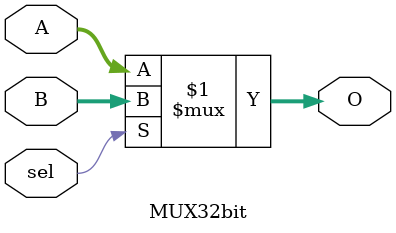
<source format=v>
`timescale 1ns / 1ps
module MUX32bit(
    input  [31:0] A,
    input  [31:0] B,
    input  sel,
    output [31:0] O
    );

assign O = (sel) ? B:A;

endmodule

</source>
